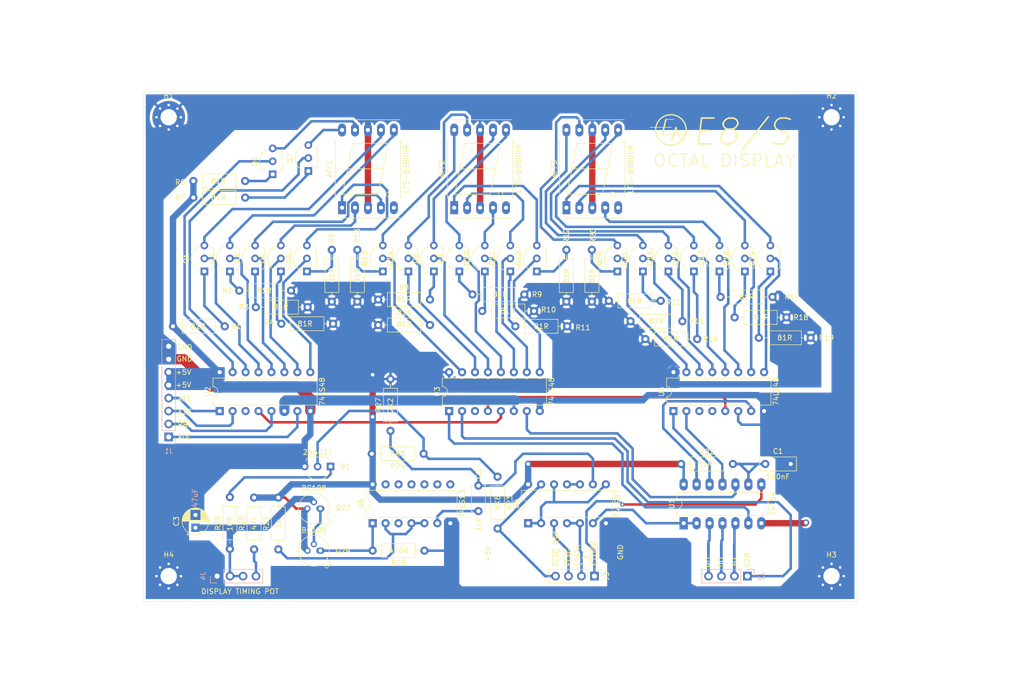
<source format=kicad_pcb>
(kicad_pcb (version 20211014) (generator pcbnew)
  (layers (0 "F.Cu" signal) (31 "B.Cu" signal) (34 "B.Paste" user) (35 "F.Paste" user) (36 "B.SilkS" user "B.Silkscreen") (37 "F.SilkS" user "F.Silkscreen") (38 "B.Mask" user) (39 "F.Mask" user) (44 "Edge.Cuts" user))
  (net 0 "")
  (net 1 "Net-(AFF1-Pad1)")
  (net 2 "Net-(AFF1-Pad2)")
  (net 3 "GND")
  (net 4 "Net-(AFF1-Pad4)")
  (net 6 "Net-(AFF1-Pad6)")
  (net 7 "Net-(AFF1-Pad7)")
  (net 8 "Net-(AFF1-Pad9)")
  (net 9 "Net-(AFF1-Pad10)")
  (net 10 "Net-(AFF2-Pad1)")
  (net 11 "Net-(AFF2-Pad2)")
  (net 12 "Net-(AFF2-Pad4)")
  (net 14 "Net-(AFF2-Pad6)")
  (net 15 "Net-(AFF2-Pad7)")
  (net 16 "Net-(AFF2-Pad9)")
  (net 17 "Net-(AFF2-Pad10)")
  (net 18 "Net-(AFF3-Pad1)")
  (net 19 "Net-(AFF3-Pad2)")
  (net 20 "Net-(AFF3-Pad4)")
  (net 22 "Net-(AFF3-Pad6)")
  (net 23 "Net-(AFF3-Pad7)")
  (net 24 "Net-(AFF3-Pad9)")
  (net 25 "Net-(AFF3-Pad10)")
  (net 26 "Net-(Q1-Pad2)")
  (net 27 "Net-(Q2-Pad2)")
  (net 28 "Net-(Q3-Pad2)")
  (net 29 "Net-(Q4-Pad2)")
  (net 30 "Net-(Q5-Pad2)")
  (net 31 "Net-(Q6-Pad2)")
  (net 32 "Net-(Q7-Pad2)")
  (net 33 "Net-(Q8-Pad2)")
  (net 34 "Net-(Q9-Pad2)")
  (net 35 "Net-(Q10-Pad2)")
  (net 36 "Net-(Q11-Pad2)")
  (net 37 "Net-(Q12-Pad2)")
  (net 38 "Net-(Q13-Pad2)")
  (net 39 "Net-(Q14-Pad2)")
  (net 40 "Net-(Q15-Pad2)")
  (net 41 "Net-(Q16-Pad2)")
  (net 42 "Net-(Q17-Pad2)")
  (net 43 "Net-(Q18-Pad2)")
  (net 44 "Net-(Q19-Pad2)")
  (net 45 "Net-(Q20-Pad2)")
  (net 46 "Net-(Q21-Pad2)")
  (net 47 "+5V")
  (net 48 "Vss")
  (net 49 "Net-(U3-Pad4)")
  (net 50 "Net-(U5-Pad1)")
  (net 51 "Net-(U1-Pad1)")
  (net 52 "Net-(Q1-Pad1)")
  (net 53 "Net-(Q2-Pad1)")
  (net 54 "Net-(Q3-Pad1)")
  (net 55 "Net-(Q4-Pad1)")
  (net 56 "Net-(Q5-Pad1)")
  (net 57 "Net-(Q6-Pad1)")
  (net 58 "Net-(Q7-Pad1)")
  (net 59 "Net-(Q8-Pad1)")
  (net 60 "Net-(Q9-Pad1)")
  (net 61 "Net-(Q10-Pad1)")
  (net 62 "Net-(Q11-Pad1)")
  (net 63 "Net-(Q12-Pad1)")
  (net 64 "Net-(Q13-Pad1)")
  (net 65 "Net-(Q14-Pad1)")
  (net 66 "Net-(Q15-Pad1)")
  (net 67 "Net-(Q16-Pad1)")
  (net 68 "Net-(Q17-Pad1)")
  (net 69 "Net-(Q18-Pad1)")
  (net 70 "Net-(Q19-Pad1)")
  (net 71 "Net-(Q20-Pad1)")
  (net 72 "Net-(Q21-Pad1)")
  (net 73 "~{RBI}")
  (net 74 "A1C")
  (net 75 "A2C")
  (net 76 "A0C")
  (net 77 "QH")
  (net 78 "QD")
  (net 79 "QG")
  (net 80 "OF")
  (net 81 "QF")
  (net 82 "OG")
  (net 83 "QE")
  (net 84 "OH")
  (net 85 "A2B")
  (net 86 "Net-(C1-Pad1)")
  (net 87 "~{DATA}")
  (net 88 "~{RESET_FLAG}")
  (net 89 "Net-(U5-Pad10)")
  (net 90 "~{FLAG}")
  (net 91 "~{CLOCK}")
  (net 92 "Net-(C2-Pad2)")
  (net 93 "Net-(C2-Pad1)")
  (net 94 "Net-(R25-Pad1)")
  (net 95 "Net-(D1-Pad1)")
  (net 96 "Net-(Q23-Pad1)")
  (net 97 "Net-(Q24-Pad1)")
  (net 98 "Net-(D1-Pad2)")
  (net 99 "Pot_b")
  (net 100 "Pot_t")
  (net 104 "Net-(U2-Pad4)")
  (footprint "Display_7Segment:7SegmentLED_LTS6760_LTS6780" (layer "F.Cu") (at 89 72.74 90)
    (fp_text reference "AFF1")
    (fp_text value "LTS-6980HR")
  )
  (footprint "Display_7Segment:7SegmentLED_LTS6760_LTS6780" (layer "F.Cu") (at 111 72.74 90)
    (fp_text reference "AFF2")
    (fp_text value "LTS-6980HR")
  )
  (footprint "Display_7Segment:7SegmentLED_LTS6760_LTS6780" (layer "F.Cu") (at 133 72.74 90)
    (fp_text reference "AFF3")
    (fp_text value "LTS-6980HR")
  )
  (footprint "Package_DIP:DIP-16_W7.62mm" (layer "F.Cu") (at 154 112.62 90)
    (fp_text reference "U4")
    (fp_text value "74LS48")
  )
  (footprint "Package_DIP:DIP-16_W7.62mm" (layer "F.Cu") (at 110 112.62 90)
    (fp_text reference "U3")
    (fp_text value "74LS48")
  )
  (footprint "Package_DIP:DIP-14_W7.62mm_LongPads" (layer "F.Cu") (at 156 134.62 90)
    (fp_text reference "U1")
    (fp_text value "74164")
  )
  (footprint "Resistor_THT:R_Axial_DIN0207_L6.3mm_D2.5mm_P10.16mm_Horizontal" (layer "F.Cu") (at 141.34 91)
    (fp_text reference "R21")
    (fp_text value "81R")
  )
  (footprint "Resistor_THT:R_Axial_DIN0207_L6.3mm_D2.5mm_P10.16mm_Horizontal" (layer "F.Cu") (at 92 91.16 90)
    (fp_text reference "R13")
    (fp_text value "81R")
  )
  (footprint "Resistor_THT:R_Axial_DIN0207_L6.3mm_D2.5mm_P10.16mm_Horizontal" (layer "F.Cu") (at 96.09 90.75)
    (fp_text reference "R8")
    (fp_text value "81R")
  )
  (footprint "Resistor_THT:R_Axial_DIN0207_L6.3mm_D2.5mm_P10.16mm_Horizontal" (layer "F.Cu") (at 96.09 95.75)
    (fp_text reference "R14")
    (fp_text value "81R")
  )
  (footprint "Resistor_THT:R_Axial_DIN0207_L6.3mm_D2.5mm_P10.16mm_Horizontal" (layer "F.Cu") (at 126.66 93 180)
    (fp_text reference "R10")
    (fp_text value "81R")
  )
  (footprint "Resistor_THT:R_Axial_DIN0207_L6.3mm_D2.5mm_P10.16mm_Horizontal" (layer "F.Cu") (at 124.75 89.75 180)
    (fp_text reference "R9")
    (fp_text value "81R")
  )
  (footprint "Resistor_THT:R_Axial_DIN0207_L6.3mm_D2.5mm_P10.16mm_Horizontal" (layer "F.Cu") (at 138 91.16 90)
    (fp_text reference "R20")
    (fp_text value "81R")
  )
  (footprint "Resistor_THT:R_Axial_DIN0207_L6.3mm_D2.5mm_P10.16mm_Horizontal" (layer "F.Cu") (at 180.91 98.25 180)
    (fp_text reference "R19")
    (fp_text value "81R")
  )
  (footprint "Resistor_THT:R_Axial_DIN0207_L6.3mm_D2.5mm_P10.16mm_Horizontal" (layer "F.Cu") (at 176.16 94.25 180)
    (fp_text reference "R18")
    (fp_text value "81R")
  )
  (footprint "Resistor_THT:R_Axial_DIN0207_L6.3mm_D2.5mm_P10.16mm_Horizontal" (layer "F.Cu") (at 173.41 90.25 180)
    (fp_text reference "R17")
    (fp_text value "81R")
  )
  (footprint "Resistor_THT:R_Axial_DIN0207_L6.3mm_D2.5mm_P10.16mm_Horizontal" (layer "F.Cu") (at 59.84 70.75)
    (fp_text reference "R7")
    (fp_text value "81R")
  )
  (footprint "Resistor_THT:R_Axial_DIN0207_L6.3mm_D2.5mm_P10.16mm_Horizontal" (layer "F.Cu") (at 145.59 95)
    (fp_text reference "R15")
    (fp_text value "81R")
  )
  (footprint "Resistor_THT:R_Axial_DIN0207_L6.3mm_D2.5mm_P10.16mm_Horizontal" (layer "F.Cu") (at 133 91.16 90)
    (fp_text reference "R12")
    (fp_text value "81R")
  )
  (footprint "Resistor_THT:R_Axial_DIN0207_L6.3mm_D2.5mm_P10.16mm_Horizontal" (layer "F.Cu") (at 59.84 67.5)
    (fp_text reference "R6")
    (fp_text value "81R")
  )
  (footprint "Resistor_THT:R_Axial_DIN0207_L6.3mm_D2.5mm_P10.16mm_Horizontal" (layer "F.Cu") (at 87 91.16 90)
    (fp_text reference "R5")
    (fp_text value "81R")
  )
  (footprint "Resistor_THT:R_Axial_DIN0207_L6.3mm_D2.5mm_P10.16mm_Horizontal" (layer "F.Cu") (at 148.5 98.5)
    (fp_text reference "R16")
    (fp_text value "81R")
  )
  (footprint "Package_TO_SOT_THT:TO-92_Inline_Wide" (layer "F.Cu") (at 82.385 65.545 90)
    (fp_text reference "Q7")
    (fp_text value "BC547")
  )
  (footprint "Package_TO_SOT_THT:TO-92_Inline_Wide" (layer "F.Cu") (at 71.95 85.23 90)
    (fp_text reference "Q3")
    (fp_text value "BC547")
  )
  (footprint "Package_TO_SOT_THT:TO-92_Inline_Wide" (layer "F.Cu") (at 122 85.23 90)
    (fp_text reference "Q11")
    (fp_text value "BC547")
  )
  (footprint "Package_TO_SOT_THT:TO-92_Inline_Wide" (layer "F.Cu") (at 117 85.23 90)
    (fp_text reference "Q10")
    (fp_text value "BC547")
  )
  (footprint "Resistor_THT:R_Axial_DIN0207_L6.3mm_D2.5mm_P10.16mm_Horizontal" (layer "F.Cu") (at 87.25 95.5 180)
    (fp_text reference "R4")
    (fp_text value "81R")
  )
  (footprint "Package_TO_SOT_THT:TO-92_Inline_Wide" (layer "F.Cu") (at 148 85.23 90)
    (fp_text reference "Q21")
    (fp_text value "BC547")
  )
  (footprint "Package_TO_SOT_THT:TO-92_Inline_Wide" (layer "F.Cu") (at 62 85.23 90)
    (fp_text reference "Q1")
    (fp_text value "BC547")
  )
  (footprint "Resistor_THT:R_Axial_DIN0207_L6.3mm_D2.5mm_P10.16mm_Horizontal" (layer "F.Cu") (at 82.25 92.25 180)
    (fp_text reference "R3")
    (fp_text value "81R")
  )
  (footprint "Package_TO_SOT_THT:TO-92_Inline_Wide" (layer "F.Cu") (at 143 85.23 90)
    (fp_text reference "Q20")
    (fp_text value "BC547")
  )
  (footprint "Package_TO_SOT_THT:TO-92_Inline_Wide" (layer "F.Cu") (at 168 85.23 90)
    (fp_text reference "Q18")
    (fp_text value "BC547")
  )
  (footprint "Package_TO_SOT_THT:TO-92_Inline_Wide" (layer "F.Cu") (at 82.11 85.23 90)
    (fp_text reference "Q5")
    (fp_text value "BC547")
  )
  (footprint "Resistor_THT:R_Axial_DIN0207_L6.3mm_D2.5mm_P10.16mm_Horizontal" (layer "F.Cu") (at 55.84 96)
    (fp_text reference "R1")
    (fp_text value "81R")
  )
  (footprint "Package_TO_SOT_THT:TO-92_Inline_Wide" (layer "F.Cu") (at 112 85.23 90)
    (fp_text reference "Q9")
    (fp_text value "BC547")
  )
  (footprint "Package_TO_SOT_THT:TO-92_Inline_Wide" (layer "F.Cu") (at 77 85.23 90)
    (fp_text reference "Q4")
    (fp_text value "BC547")
  )
  (footprint "Package_TO_SOT_THT:TO-92_Inline_Wide" (layer "F.Cu") (at 75.4 66.18 90)
    (fp_text reference "Q6")
    (fp_text value "BC547")
  )
  (footprint "Resistor_THT:R_Axial_DIN0207_L6.3mm_D2.5mm_P10.16mm_Horizontal" (layer "F.Cu") (at 79 89 180)
    (fp_text reference "R2")
    (fp_text value "81R")
  )
  (footprint "Resistor_THT:R_Axial_DIN0207_L6.3mm_D2.5mm_P10.16mm_Horizontal" (layer "F.Cu") (at 133.16 96 180)
    (fp_text reference "R11")
    (fp_text value "81R")
  )
  (footprint "Package_TO_SOT_THT:TO-92_Inline_Wide" (layer "F.Cu") (at 127.195 85.23 90)
    (fp_text reference "Q12")
    (fp_text value "BC547")
  )
  (footprint "Package_TO_SOT_THT:TO-92_Inline_Wide" (layer "F.Cu") (at 102 85.23 90)
    (fp_text reference "Q14")
    (fp_text value "BC547")
  )
  (footprint "Package_TO_SOT_THT:TO-92_Inline_Wide" (layer "F.Cu") (at 97 85.23 90)
    (fp_text reference "Q13")
    (fp_text value "BC547")
  )
  (footprint "Package_TO_SOT_THT:TO-92_Inline_Wide" (layer "F.Cu") (at 107 85.23 90)
    (fp_text reference "Q8")
    (fp_text value "BC547")
  )
  (footprint "Package_TO_SOT_THT:TO-92_Inline_Wide" (layer "F.Cu") (at 163.03 85.23 90)
    (fp_text reference "Q17")
    (fp_text value "BC547")
  )
  (footprint "Package_TO_SOT_THT:TO-92_Inline_Wide" (layer "F.Cu") (at 158 85.23 90)
    (fp_text reference "Q16")
    (fp_text value "BC547")
  )
  (footprint "Package_TO_SOT_THT:TO-92_Inline_Wide" (layer "F.Cu") (at 153 85.23 90)
    (fp_text reference "Q15")
    (fp_text value "BC547")
  )
  (footprint "Package_TO_SOT_THT:TO-92_Inline_Wide" (layer "F.Cu") (at 67 85.23 90)
    (fp_text reference "Q2")
    (fp_text value "BC547")
  )
  (footprint "Package_DIP:DIP-16_W7.62mm" (layer "F.Cu") (at 65 112.62 90)
    (fp_text reference "U2")
    (fp_text value "74LS48")
  )
  (footprint "Package_TO_SOT_THT:TO-92_Inline_Wide" (layer "F.Cu") (at 173 85.23 90)
    (fp_text reference "Q19")
    (fp_text value "BC547")
  )
  (footprint "MountingHole:MountingHole_3.2mm_M3_Pad_Via" (layer "F.Cu") (at 55 55)
    (fp_text reference "H1")
    (fp_text value "MountingHole_Pad")
  )
  (footprint "MountingHole:MountingHole_3.2mm_M3_Pad_Via" (layer "F.Cu") (at 185 55)
    (fp_text reference "H2")
    (fp_text value "MountingHole_Pad")
  )
  (footprint "MountingHole:MountingHole_3.2mm_M3_Pad_Via" (layer "F.Cu") (at 185 145)
    (fp_text reference "H3")
    (fp_text value "MountingHole_Pad")
  )
  (footprint "MountingHole:MountingHole_3.2mm_M3_Pad_Via" (layer "F.Cu") (at 55 145)
    (fp_text reference "H4")
    (fp_text value "MountingHole_Pad")
  )
  (footprint "EDUC-8:EA_Symbol" (layer "F.Cu") (at 153.5 57.5)
    (fp_text reference "REF**" hide)
    (fp_text value "EA_Symbol" hide)
  )
  (footprint "Capacitor_THT:C_Rect_L7.0mm_W2.5mm_P5.00mm" (layer "F.Cu") (at 172 123)
    (fp_text reference "C1")
    (fp_text value "100nF")
  )
  (footprint "Resistor_THT:R_Axial_DIN0207_L6.3mm_D2.5mm_P10.16mm_Horizontal" (layer "F.Cu") (at 155.5 123)
    (fp_text reference "R22")
    (fp_text value "81R")
  )
  (footprint "Package_DIP:DIP-14_W7.62mm" (layer "F.Cu") (at 125.5 134.62 90)
    (fp_text reference "U5")
    (fp_text value "74LS37")
  )
  (footprint "Resistor_THT:R_Axial_DIN0207_L6.3mm_D2.5mm_P10.16mm_Horizontal" (layer "F.Cu") (at 119.5 125.5 -90)
    (fp_text reference "R23")
    (fp_text value "6K8")
  )
  (footprint "Resistor_THT:R_Axial_DIN0207_L6.3mm_D2.5mm_P10.16mm_Horizontal" (layer "F.Cu") (at 105 121 180)
    (fp_text reference "R24")
    (fp_text value "6K8")
  )
  (footprint "Resistor_THT:R_Axial_DIN0207_L6.3mm_D2.5mm_P10.16mm_Horizontal" (layer "F.Cu") (at 76.5 139.75 90)
    (fp_text reference "R25")
    (fp_text value "1k")
  )
  (footprint "Resistor_THT:R_Axial_DIN0207_L6.3mm_D2.5mm_P10.16mm_Horizontal" (layer "F.Cu") (at 105.16 140 180)
    (fp_text reference "R26")
    (fp_text value "470R")
  )
  (footprint "Resistor_THT:R_Axial_DIN0207_L6.3mm_D2.5mm_P10.16mm_Horizontal" (layer "F.Cu") (at 98.5 116.5 90)
    (fp_text reference "R27")
    (fp_text value "2K2")
  )
  (footprint "Package_DIP:DIP-14_W7.62mm" (layer "F.Cu") (at 95 134.62 90)
    (fp_text reference "U6")
    (fp_text value "74LS13")
  )
  (footprint "Package_TO_SOT_THT:TO-92_Inline_Wide" (layer "F.Cu") (at 86.75 123.5 180)
    (fp_text reference "D1")
    (fp_text value "2N6027")
  )
  (footprint "Package_TO_SOT_THT:TO-18-3" (layer "F.Cu") (at 84.75 131.75 180)
    (fp_text reference "Q23")
    (fp_text value "BC108")
  )
  (footprint "Package_TO_SOT_THT:TO-18-3" (layer "F.Cu") (at 84.75 140 180)
    (fp_text reference "Q24")
    (fp_text value "BC108")
  )
  (footprint "Resistor_THT:R_Axial_DIN0207_L6.3mm_D2.5mm_P10.16mm_Horizontal" (layer "F.Cu") (at 71.75 139.75 90)
    (fp_text reference "R28")
    (fp_text value "47k")
  )
  (footprint "Resistor_THT:R_Axial_DIN0207_L6.3mm_D2.5mm_P10.16mm_Horizontal" (layer "F.Cu") (at 67 139.66 90)
    (fp_text reference "R29")
    (fp_text value "10R")
  )
  (footprint "Capacitor_THT:CP_Radial_D5.0mm_P2.50mm" (layer "F.Cu") (at 60.25 135.5 90)
    (fp_text reference "C3")
    (fp_text value "47uF")
  )
  (footprint "Capacitor_THT:C_Disc_D5.0mm_W2.5mm_P5.00mm" (layer "F.Cu") (at 115.75 132.25 90)
    (fp_text reference "C2")
    (fp_text value "1nF")
  )
  (footprint "Connector_PinHeader_2.54mm:PinHeader_1x04_P2.54mm_Vertical" (layer "F.Cu") (at 138.5 145 -90)
    (fp_text reference "J3")
    (fp_text value "Conn_01x04_Male")
  )
  (footprint "Connector_PinSocket_2.54mm:PinSocket_1x08_P2.54mm_Vertical" (layer "B.Cu") (at 55 117.7)
    (fp_text reference "J1")
    (fp_text value "Conn_01x08_Female")
  )
  (footprint "Connector_PinSocket_2.54mm:PinSocket_1x04_P2.54mm_Vertical" (layer "B.Cu") (at 168.5 145 90)
    (fp_text reference "J2")
    (fp_text value "Conn_01x04_Female")
  )
  (footprint "Connector_PinSocket_2.54mm:PinSocket_1x04_P2.54mm_Vertical" (layer "B.Cu") (at 64.5 145 -90)
    (fp_text reference "J4")
    (fp_text value "Conn_01x04_Female")
  )
  (gr_line (start 50 50) (end 50 150) (layer "Edge.Cuts") (width 0.05))
  (gr_line (start 190 150) (end 190 50) (layer "Edge.Cuts") (width 0.05))
  (gr_line (start 50 150) (end 190 150) (layer "Edge.Cuts") (width 0.05))
  (gr_line (start 190 50) (end 50 50) (layer "Edge.Cuts") (width 0.05))
  (gr_text "OH" (at 160.9 142.3 270) (layer "F.SilkS") (effects (font (size 1 1))))
  (gr_text "~{FLAG} RST" (at 131.1 139.6 90) (layer "F.SilkS") (effects (font (size 1 1))))
  (gr_text "+5V" (at 117.6 140.7 90) (layer "F.SilkS") (effects (font (size 1 1))))
  (gr_text "+5V" (at 57.9 107.5) (layer "F.SilkS") (effects (font (size 1 1))))
  (gr_text "OG" (at 163.3 142.3 270) (layer "F.SilkS") (effects (font (size 1 1))))
  (gr_text "A2B" (at 168.5 141.8 90) (layer "F.SilkS") (effects (font (size 1 1))))
  (gr_text "DISPLAY TIMING POT\n" (at 69 148) (layer "F.SilkS") (effects (font (size 1 1))))
  (gr_text "+5V" (at 57.9 105) (layer "F.SilkS") (effects (font (size 1 1))))
  (gr_text "GND" (at 143.6 140.3 90) (layer "F.SilkS") (effects (font (size 1 1))))
  (gr_text "~{RBI}" (at 58 115.3) (layer "F.SilkS") (effects (font (size 1 1))))
  (gr_text "E8/S" (at 167.5 57.9) (layer "F.SilkS") (effects (font (size 5.08 5.08) (thickness 0.3) italic)))
  (gr_text "~{FLAG}" (at 133.5 141.3 90) (layer "F.SilkS") (effects (font (size 1 1))))
  (gr_text "A2C" (at 58.2 112.8) (layer "F.SilkS") (effects (font (size 1 1))))
  (gr_text "OF" (at 165.9 142.3 270) (layer "F.SilkS") (effects (font (size 1 1))))
  (gr_text "GND" (at 58.1 102.4) (layer "F.SilkS") (effects (font (size 1 1))))
  (gr_text "A1C" (at 58.2 110.2) (layer "F.SilkS") (effects (font (size 1 1))))
  (gr_text "~{CLOCK}" (at 138.6 140.5 90) (layer "F.SilkS") (effects (font (size 1 1))))
  (gr_text "~{DATA\n}" (at 136 141.3 90) (layer "F.SilkS") (effects (font (size 1 1))))
  (gr_text "GND" (at 58.1 100.1) (layer "F.SilkS") (effects (font (size 1 1))))
  (gr_text "OCTAL DISPLAY" (at 164 63.5) (layer "F.SilkS") (effects (font (size 2.5 2.5))))
  (gr_text "A0C" (at 58.2 117.7) (layer "F.SilkS") (effects (font (size 1 1))))
  (segment (start 82.11 80.15) (end 82.11 79.028) (width 0.5) (layer "B.Cu") (net 1))
  (segment (start 95.525 76.975) (end 97.83201 74.66799) (width 0.5) (layer "B.Cu") (net 1))
  (segment (start 97.83201 74.66799) (end 97.83201 69.33201) (width 0.5) (layer "B.Cu") (net 1))
  (segment (start 96.75 68.25) (end 91.25 68.25) (width 0.5) (layer "B.Cu") (net 1))
  (segment (start 84.163 76.975) (end 95.525 76.975) (width 0.5) (layer "B.Cu") (net 1))
  (segment (start 89 70.5) (end 89 72.74) (width 0.5) (layer "B.Cu") (net 1))
  (segment (start 97.83201 69.33201) (end 96.75 68.25) (width 0.5) (layer "B.Cu") (net 1))
  (segment (start 91.25 68.25) (end 89 70.5) (width 0.5) (layer "B.Cu") (net 1))
  (segment (start 82.11 79.028) (end 84.163 76.975) (width 0.5) (layer "B.Cu") (net 1))
  (segment (start 90.75 76.25) (end 91.54 75.46) (width 0.5) (layer "B.Cu") (net 2))
  (segment (start 77 80.15) (end 77 78.9615) (width 0.5) (layer "B.Cu") (net 2))
  (segment (start 91.54 75.46) (end 91.54 72.74) (width 0.5) (layer "B.Cu") (net 2))
  (segment (start 77 78.9615) (end 79.7115 76.25) (width 0.5) (layer "B.Cu") (net 2))
  (segment (start 79.7115 76.25) (end 90.75 76.25) (width 0.5) (layer "B.Cu") (net 2))
  (segment (start 82.78 112.62) (end 82.78 110.18) (width 2) (layer "F.Cu") (net 3))
  (segment (start 82.78 110.18) (end 80.4 107.8) (width 2) (layer "F.Cu") (net 3))
  (segment (start 94.08 57.5) (end 94.08 72.74) (width 1.25) (layer "F.Cu") (net 3))
  (segment (start 116.08 57.5) (end 116.08 72.74) (width 1.25) (layer "F.Cu") (net 3))
  (segment (start 57.96 102.46) (end 55 102.46) (width 2) (layer "F.Cu") (net 3))
  (segment (start 80.4 107.8) (end 63.3 107.8) (width 2) (layer "F.Cu") (net 3))
  (segment (start 138.08 57.5) (end 138.08 72.74) (width 1.25) (layer "F.Cu") (net 3))
  (segment (start 63.3 107.8) (end 57.96 102.46) (width 2) (layer "F.Cu") (net 3))
  (segment (start 94.08 57.5) (end 94.08 55.65) (width 1.25) (layer "B.Cu") (net 3))
  (segment (start 82.78 112.62) (end 82.78 117.22) (width 1.25) (layer "B.Cu") (net 3))
  (segment (start 136.8 53.1) (end 117.6 53.1) (width 0.5) (layer "B.Cu") (net 3))
  (segment (start 126.47 110.53) (end 147.97 110.53) (width 1.25) (layer "B.Cu") (net 3))
  (segment (start 82.78 110.53) (end 122.97 110.53) (width 2) (layer "B.Cu") (net 3))
  (segment (start 177 115.5) (end 177 114) (width 0.5) (layer "B.Cu") (net 3))
  (segment (start 127.78 110.78) (end 127.53 110.53) (width 1.25) (layer "B.Cu") (net 3))
  (segment (start 60.25 127.75) (end 60.25 133) (width 0.5) (layer "B.Cu") (net 3))
  (segment (start 64.5 145) (end 55 145) (width 0.5) (layer "B.Cu") (net 3))
  (segment (start 82.78 112.62) (end 82.78 110.53) (width 1.25) (layer "B.Cu") (net 3))
  (segment (start 147.97 110.53) (end 148.25 110.25) (width 1.25) (layer "B.Cu") (net 3))
  (segment (start 105.16 140) (end 109.5 140) (width 0.5) (layer "B.Cu") (net 3))
  (segment (start 127.78 112.62) (end 127.78 110.78) (width 1.25) (layer "B.Cu") (net 3))
  (segment (start 81.67 123.5) (end 64.5 123.5) (width 0.5) (layer "B.Cu") (net 3))
  (segment (start 82.78 110.53) (end 82.75 110.5) (width 1.25) (layer "B.Cu") (net 3))
  (segment (start 170.5 109.5) (end 149 109.5) (width 1.25) (layer "B.Cu") (net 3))
  (segment (start 64.5 123.5) (end 60.25 127.75) (width 0.5) (layer "B.Cu") (net 3))
  (segment (start 138.08 57.5) (end 138.08 54.38) (width 0.5) (layer "B.Cu") (net 3))
  (segment (start 122.97 110.53) (end 126.47 110.53) (width 1.25) (layer "B.Cu") (net 3))
  (segment (start 122.7 110.8) (end 122.97 110.53) (width 0.5) (layer "B.Cu") (net 3))
  (segment (start 166.7 114.6) (end 167.4 115.3) (width 0.5) (layer "B.Cu") (net 3))
  (segment (start 177 123) (end 177 115.5) (width 0.5) (layer "B.Cu") (net 3))
  (segment (start 149 109.5) (end 148.25 110.25) (width 1.25) (layer "B.Cu") (net 3))
  (segment (start 77.97 110.53) (end 77.7 110.8) (width 1.25) (layer "B.Cu") (net 3))
  (segment (start 116.08 57.5) (end 116.08 55.78) (width 0.5) (layer "B.Cu") (net 3))
  (segment (start 82.78 110.53) (end 77.97 110.53) (width 2) (layer "B.Cu") (net 3))
  (segment (start 116.08 54.62) (end 116.08 57.5) (width 0.5) (layer "B.Cu") (net 3))
  (segment (start 138.08 54.38) (end 136.8 53.1) (width 0.5) (layer "B.Cu") (net 3))
  (segment (start 167.4 115.3) (end 171.1 115.3) (width 0.5) (layer "B.Cu") (net 3))
  (segment (start 171.78 110.59) (end 171.72 110.53) (width 1.25) (layer "B.Cu") (net 3))
  (segment (start 122.7 112.62) (end 122.7 110.8) (width 0.5) (layer "B.Cu") (net 3))
  (segment (start 166.7 112.62) (end 166.7 114.6) (width 0.5) (layer "B.Cu") (net 3))
  (segment (start 171.1 115.3) (end 171.78 114.62) (width 0.5) (layer "B.Cu") (net 3))
  (segment (start 117.6 53.1) (end 116.08 54.62) (width 0.5) (layer "B.Cu") (net 3))
  (segment (start 82.78 117.22) (end 81.67 118.33) (width 1.25) (layer "B.Cu") (net 3))
  (segment (start 116.08 55.78) (end 116.2 55.66) (width 0.5) (layer "B.Cu") (net 3))
  (segment (start 171.78 110.59) (end 171.59 110.59) (width 1.25) (layer "B.Cu") (net 3))
  (segment (start 171.59 110.59) (end 170.5 109.5) (width 1.25) (layer "B.Cu") (net 3))
  (segment (start 126.47 110.53) (end 127.53 110.53) (width 1.25) (layer "B.Cu") (net 3))
  (segment (start 77.7 110.8) (end 77.7 112.62) (width 2) (layer "B.Cu") (net 3))
  (segment (start 81.67 118.33) (end 81.67 123.5) (width 1.25) (layer "B.Cu") (net 3))
  (segment (start 171.78 114.62) (end 171.78 112.62) (width 0.5) (layer "B.Cu") (net 3))
  (segment (start 171.78 112.62) (end 171.78 110.59) (width 1.25) (layer "B.Cu") (net 3))
  (segment (start 89.074002 75.5) (end 75.478 75.5) (width 0.5) (layer "B.Cu") (net 4))
  (segment (start 96.62 71.12) (end 95.75 70.25) (width 0.5) (layer "B.Cu") (net 4))
  (segment (start 96.62 72.74) (end 96.62 71.12) (width 0.5) (layer "B.Cu") (net 4))
  (segment (start 75.478 75.5) (end 71.95 79.028) (width 0.5) (layer "B.Cu") (net 4))
  (segment (start 90.212001 74.362001) (end 89.074002 75.5) (width 0.5) (layer "B.Cu") (net 4))
  (segment (start 95.75 70.25) (end 91.75 70.25) (width 0.5) (layer "B.Cu") (net 4))
  (segment (start 71.95 79.028) (end 71.95 80.15) (width 0.5) (layer "B.Cu") (net 4))
  (segment (start 91.75 70.25) (end 90.212001 71.787999) (width 0.5) (layer "B.Cu") (net 4))
  (segment (start 90.212001 71.787999) (end 90.212001 74.362001) (width 0.5) (layer "B.Cu") (net 4))
  (segment (start 99.16 57.5) (end 99.16 58.59) (width 0.5) (layer "B.Cu") (net 6))
  (segment (start 99.16 58.59) (end 83.5 74.25) (width 0.5) (layer "B.Cu") (net 6))
  (segment (start 83.5 74.25) (end 71.5 74.25) (width 0.5) (layer "B.Cu") (net 6))
  (segment (start 71.5 74.25) (end 67 78.75) (width 0.5) (layer "B.Cu") (net 6))
  (segment (start 67 78.75) (end 67 80.15) (width 0.5) (layer "B.Cu") (net 6))
  (segment (start 96.62 58.88) (end 82.5 73) (width 0.5) (layer "B.Cu") (net 7))
  (segment (start 82.5 73) (end 67.5 73) (width 0.5) (layer "B.Cu") (net 7))
  (segment (start 62 78.5) (end 62 80.15) (width 0.5) (layer "B.Cu") (net 7))
  (segment (start 96.62 57.5) (end 96.62 58.88) (width 0.5) (layer "B.Cu") (net 7))
  (segment (start 67.5 73) (end 62 78.5) (width 0.5) (layer "B.Cu") (net 7))
  (segment (start 77.686 61.1) (end 75.4 61.1) (width 0.5) (layer "B.Cu") (net 8))
  (segment (start 91.54 56.29) (end 91.03799 55.78799) (width 0.5) (layer "B.Cu") (net 8))
  (segment (start 82.99801 55.78799) (end 77.686 61.1) (width 0.5) (layer "B.Cu") (net 8))
  (segment (start 91.54 57.5) (end 91.54 56.29) (width 0.5) (layer "B.Cu") (net 8))
  (segment (start 91.03799 55.78799) (end 82.99801 55.78799) (width 0.5) (layer "B.Cu") (net 8))
  (segment (start 85.35 57.5) (end 82.385 60.465) (width 0.5) (layer "B.Cu") (net 9))
  (segment (start 89 57.5) (end 85.35 57.5) (width 0.5) (layer "B.Cu") (net 9))
  (segment (start 127.195 71.195) (end 124.5 68.5) (width 0.5) (layer "B.Cu") (net 10))
  (segment (start 113 68.5) (end 111 70.5) (width 0.5) (layer "B.Cu") (net 10))
  (segment (start 127.195 80.15) (end 127.195 71.195) (width 0.5) (layer "B.Cu") (net 10))
  (segment (start 111 70.5) (end 111 72.74) (width 0.5) (layer "B.Cu") (net 10))
  (segment (start 124.5 68.5) (end 113 68.5) (width 0.5) (layer "B.Cu") (net 10))
  (segment (start 113.54 70.96) (end 113.54 72.74) (width 0.5) (layer "B.Cu") (net 11))
  (segment (start 124.5 75) (end 124.5 71.5) (width 0.5) (layer "B.Cu") (net 11))
  (segment (start 122 77.5) (end 124.5 75) (width 0.5) (layer "B.Cu") (net 11))
  (segment (start 123 70) (end 114.5 70) (width 0.5) (layer "B.Cu") (net 11))
  (segment (start 124.5 71.5) (end 123 70) (width 0.5) (layer "B.Cu") (net 11))
  (segment (start 114.5 70) (end 113.54 70.96) (width 0.5) (layer "B.Cu") (net 11))
  (segment (start 122 80.15) (end 122 77.5) (width 0.5) (layer "B.Cu") (net 11))
  (segment (start 117 80.15) (end 117 77.5) (width 0.5) (layer "B.Cu") (net 12))
  (segment (start 117 77.5) (end 118.62 75.88) (width 0.5) (layer "B.Cu") (net 12))
  (segment (start 118.62 75.88) (end 118.62 72.74) (width 0.5) (layer "B.Cu") (net 12))
  (segment (start 112 80.15) (end 112 78) (width 0.5) (layer "B.Cu") (net 14))
  (segment (start 112 78) (end 109.5 75.5) (width 0.5) (layer "B.Cu") (net 14))
  (segment (start 121.16 58.84) (end 121.16 57.5) (width 0.5) (layer "B.Cu") (net 14))
  (segment (start 109.5 75.5) (end 109.5 70.5) (width 0.5) (layer "B.Cu") (net 14))
  (segment (start 109.5 70.5) (end 121.16 58.84) (width 0.5) (layer "B.Cu") (net 14))
  (segment (start 107 71) (end 107 80.15) (width 0.5) (layer "B.Cu") (net 15))
  (segment (start 118.62 59.38) (end 107 71) (width 0.5) (layer "B.Cu") (net 15))
  (segment (start 118.62 57.5) (end 118.62 59.38) (width 0.5) (layer "B.Cu") (net 15))
  (segment (start 97 78) (end 109 66) (width 0.5) (layer "B.Cu") (net 16))
  (segment (start 109 56) (end 110.5 54.5) (width 0.5) (layer "B.Cu") (net 16))
  (segment (start 97 80.15) (end 97 78) (width 0.5) (layer "B.Cu") (net 16))
  (segment (start 113 54.5) (end 113.54 55.04) (width 0.5) (layer "B.Cu") (net 16))
  (segment (start 110.5 54.5) (end 113 54.5) (width 0.5) (layer "B.Cu") (net 16))
  (segment (start 113.54 55.04) (end 113.54 57.5) (width 0.5) (layer "B.Cu") (net 16))
  (segment (start 109 66) (end 109 56) (width 0.5) (layer "B.Cu") (net 16))
  (segment (start 111 57.74001) (end 111.24001 57.5) (width 0.5) (layer "B.Cu") (net 17))
  (segment (start 102 78.569) (end 106 74.569) (width 0.5) (layer "B.Cu") (net 17))
  (segment (start 102 80.15) (end 102 78.569) (width 0.5) (layer "B.Cu") (net 17))
  (segment (start 106 70.5) (end 111 65.5) (width 0.5) (layer "B.Cu") (net 17))
  (segment (start 111 65.5) (end 111 57.74001) (width 0.5) (layer "B.Cu") (net 17))
  (segment (start 106 74.569) (end 106 70.5) (width 0.5) (layer "B.Cu") (net 17))
  (segment (start 173 78.5) (end 173 80.15) (width 0.5) (layer "B.Cu") (net 18))
  (segment (start 133 71) (end 135.5 68.5) (width 0.5) (layer "B.Cu") (net 18))
  (segment (start 135.5 68.5) (end 163 68.5) (width 0.5) (layer "B.Cu") (net 18))
  (segment (start 163 68.5) (end 173 78.5) (width 0.5) (layer "B.Cu") (net 18))
  (segment (start 133 72.74) (end 133 71) (width 0.5) (layer "B.Cu") (net 18))
  (segment (start 168 80.15) (end 168 75.25) (width 0.5) (layer "B.Cu") (net 19))
  (segment (start 137.5 69.5) (end 135.54 71.46) (width 0.5) (layer "B.Cu") (net 19))
  (segment (start 135.54 71.46) (end 135.54 72.74) (width 0.5) (layer "B.Cu") (net 19))
  (segment (start 162.25 69.5) (end 137.5 69.5) (width 0.5) (layer "B.Cu") (net 19))
  (segment (start 168 75.25) (end 162.25 69.5) (width 0.5) (layer "B.Cu") (net 19))
  (segment (start 140.62 72.74) (end 140.62 74.62) (width 0.5) (layer "B.Cu") (net 20))
  (segment (start 159.777 75.5) (end 163.03 78.753) (width 0.5) (layer "B.Cu") (net 20))
  (segment (start 140.62 74.62) (end 141.5 75.5) (width 0.5) (layer "B.Cu") (net 20))
  (segment (start 163.03 78.753) (end 163.03 80.15) (width 0.5) (layer "B.Cu") (net 20))
  (segment (start 141.5 75.5) (end 159.777 75.5) (width 0.5) (layer "B.Cu") (net 20))
  (segment (start 143.16 58.34) (end 143.16 57.5) (width 0.5) (layer "B.Cu") (net 22))
  (segment (start 158 80.15) (end 158 78.549) (width 0.5) (layer "B.Cu") (net 22))
  (segment (start 155.951 76.5) (end 133 76.5) (width 0.5) (layer "B.Cu") (net 22))
  (segment (start 133 76.5) (end 131 74.5) (width 0.5) (layer "B.Cu") (net 22))
  (segment (start 131 70.5) (end 143.16 58.34) (width 0.5) (layer "B.Cu") (net 22))
  (segment (start 158 78.549) (end 155.951 76.5) (width 0.5) (layer "B.Cu") (net 22))
  (segment (start 131 74.5) (end 131 70.5) (width 0.5) (layer "B.Cu") (net 22))
  (segment (start 140.62 59.38) (end 140.62 57.5) (width 0.5) (layer "B.Cu") (net 23))
  (segment (start 153 80.15) (end 153 78.5) (width 0.5) (layer "B.Cu") (net 23))
  (segment (start 130 70) (end 140.62 59.38) (width 0.5) (layer "B.Cu") (net 23))
  (segment (start 132.375 77.375) (end 130 75) (width 0.5) (layer "B.Cu") (net 23))
  (segment (start 153 78.5) (end 151.875 77.375) (width 0.5) (layer "B.Cu") (net 23))
  (segment (start 151.875 77.375) (end 132.375 77.375) (width 0.5) (layer "B.Cu") (net 23))
  (segment (start 130 75) (end 130 70) (width 0.5) (layer "B.Cu") (net 23))
  (segment (start 143 79.75) (end 143 80.15) (width 0.5) (layer "B.Cu") (net 24))
  (segment (start 135.54 55.54) (end 135 55) (width 0.5) (layer "B.Cu") (net 24))
  (segment (start 135.54 57.5) (end 135.54 55.54) (width 0.5) (layer "B.Cu") (net 24))
  (segment (start 142.25 79) (end 143 79.75) (width 0.5) (layer "B.Cu") (net 24))
  (segment (start 135 55) (end 132 55) (width 0.5) (layer "B.Cu") (net 24))
  (segment (start 128 69) (end 128 76.5) (width 0.5) (layer "B.Cu") (net 24))
  (segment (start 132 55) (end 131 56) (width 0.5) (layer "B.Cu") (net 24))
  (segment (start 128 76.5) (end 130.5 79) (width 0.5) (layer "B.Cu") (net 24))
  (segment (start 131 56) (end 131 66) (width 0.5) (layer "B.Cu") (net 24))
  (segment (start 130.5 79) (end 142.25 79) (width 0.5) (layer "B.Cu") (net 24))
  (segment (start 131 66) (end 128 69) (width 0.5) (layer "B.Cu") (net 24))
  (segment (start 133 65.5) (end 133 57.5) (width 0.5) (layer "B.Cu") (net 25))
  (segment (start 148 79.25) (end 146.875 78.125) (width 0.5) (layer "B.Cu") (net 25))
  (segment (start 129 75.75) (end 129 69.5) (width 0.5) (layer "B.Cu") (net 25))
  (segment (start 129 69.5) (end 133 65.5) (width 0.5) (layer "B.Cu") (net 25))
  (segment (start 131.375 78.125) (end 129 75.75) (width 0.5) (layer "B.Cu") (net 25))
  (segment (start 146.875 78.125) (end 131.375 78.125) (width 0.5) (layer "B.Cu") (net 25))
  (segment (start 148 80.15) (end 148 79.25) (width 0.5) (layer "B.Cu") (net 25))
  (segment (start 68.875 96.075) (end 64.25 91.45) (width 0.5) (layer "B.Cu") (net 26))
  (segment (start 72.62 103.32) (end 68.875 99.575) (width 0.5) (layer "B.Cu") (net 26))
  (segment (start 68.875 99.575) (end 68.875 96.075) (width 0.5) (layer "B.Cu") (net 26))
  (segment (start 64.25 91.45) (end 64.25 83.351) (width 0.5) (layer "B.Cu") (net 26))
  (segment (start 64.25 83.351) (end 63.589 82.69) (width 0.5) (layer "B.Cu") (net 26))
  (segment (start 72.62 105) (end 72.62 103.32) (width 0.5) (layer "B.Cu") (net 26))
  (segment (start 63.589 82.69) (end 62 82.69) (width 0.5) (layer "B.Cu") (net 26))
  (segment (start 70.505012 98.655012) (end 70.505012 87.045012) (width 0.5) (layer "B.Cu") (net 27))
  (segment (start 75.16 103.31) (end 70.505012 98.655012) (width 0.5) (layer "B.Cu") (net 27))
  (segment (start 68.669 82.69) (end 67 82.69) (width 0.5) (layer "B.Cu") (net 27))
  (segment (start 75.16 105) (end 75.16 103.31) (width 0.5) (layer "B.Cu") (net 27))
  (segment (start 69.304 83.325) (end 68.669 82.69) (width 0.5) (layer "B.Cu") (net 27))
  (segment (start 69.304 85.844) (end 69.304 83.325) (width 0.5) (layer "B.Cu") (net 27))
  (segment (start 70.505012 87.045012) (end 69.304 85.844) (width 0.5) (layer "B.Cu") (net 27))
  (segment (start 77.7 103.4) (end 73.5 99.2) (width 0.5) (layer "B.Cu") (net 28))
  (segment (start 73.5 99.2) (end 73.5 83.203) (width 0.5) (layer "B.Cu") (net 28))
  (segment (start 72.987 82.69) (end 71.95 82.69) (width 0.5) (layer "B.Cu") (net 28))
  (segment (start 73.5 83.203) (end 72.987 82.69) (width 0.5) (layer "B.Cu") (net 28))
  (segment (start 77.7 105) (end 77.7 103.4) (width 0.5) (layer "B.Cu") (net 28))
  (segment (start 75.019 84.671) (end 77 82.69) (width 0.5) (layer "B.Cu") (net 29))
  (segment (start 80.24 105) (end 80.24 103.34) (width 0.5) (layer "B.Cu") (net 29))
  (segment (start 80.24 103.34) (end 75 98.1) (width 0.5) (layer "B.Cu") (net 29))
  (segment (start 75 98.1) (end 75 85.54) (width 0.5) (layer "B.Cu") (net 29))
  (segment (start 75.019 85.54) (end 75.019 84.671) (width 0.5) (layer "B.Cu") (net 29))
  (segment (start 77.5 87.448) (end 77.5 94.059998) (width 0.5) (layer "B.Cu") (net 30))
  (segment (start 77.5 94.059998) (end 82.78 99.339998) (width 0.5) (layer "B.Cu") (net 30))
  (segment (start 82.78 99.339998) (end 82.78 105) (width 0.5) (layer "B.Cu") (net 30))
  (segment (start 82.11 82.838) (end 77.5 87.448) (width 0.5) (layer "B.Cu") (net 30))
  (segment (start 82.11 82.69) (end 82.11 82.838) (width 0.5) (layer "B.Cu") (net 30))
  (segment (start 58.125 93.625) (end 58.125 74.375) (width 0.5) (layer "B.Cu") (net 31))
  (segment (start 58.125 74.375) (end 68.86 63.64) (width 0.5) (layer "B.Cu") (net 31))
  (segment (start 67.54 105) (end 67.54 103.04) (width 0.5) (layer "B.Cu") (net 31))
  (segment (start 68.86 63.64) (end 75.4 63.64) (width 0.5) (layer "B.Cu") (net 31))
  (segment (start 67.54 103.04) (end 58.125 93.625) (width 0.5) (layer "B.Cu") (net 31))
  (segment (start 59.125 75.375) (end 59.125 92.625) (width 0.5) (layer "B.Cu") (net 32))
  (segment (start 65.145 69.355) (end 59.125 75.375) (width 0.5) (layer "B.Cu") (net 32))
  (segment (start 77.305 69.355) (end 65.145 69.355) (width 0.5) (layer "B.Cu") (net 32))
  (segment (start 80.48 66.18) (end 77.305 69.355) (width 0.5) (layer "B.Cu") (net 32))
  (segment (start 59.125 92.625) (end 70.08 103.58) (width 0.5) (layer "B.Cu") (net 32))
  (segment (start 81.369 63.005) (end 80.48 63.894) (width 0.5) (layer "B.Cu") (net 32))
  (segment (start 80.48 63.894) (end 80.48 66.18) (width 0.5) (layer "B.Cu") (net 32))
  (segment (start 82.385 63.005) (end 81.369 63.005) (width 0.5) (layer "B.Cu") (net 32))
  (segment (start 70.08 103.58) (end 70.08 105) (width 0.5) (layer "B.Cu") (net 32))
  (segment (start 107 82.69) (end 108.293 82.69) (width 0.5) (layer "B.Cu") (net 33))
  (segment (start 109.1 83.497) (end 109.1 93.85) (width 0.5) (layer "B.Cu") (net 33))
  (segment (start 117.62 102.37) (end 117.62 105) (width 0.5) (layer "B.Cu") (net 33))
  (segment (start 108.293 82.69) (end 109.1 83.497) (width 0.5) (layer "B.Cu") (net 33))
  (segment (start 109.1 93.85) (end 117.62 102.37) (width 0.5) (layer "B.Cu") (net 33))
  (segment (start 115.839511 90.910489) (end 115.249999 91.500001) (width 0.5) (layer "B.Cu") (net 34))
  (segment (start 112 82.69) (end 113.246 82.69) (width 0.5) (layer "B.Cu") (net 34))
  (segment (start 120.16 101.91) (end 120.16 105) (width 0.5) (layer "B.Cu") (net 34))
  (segment (start 115.839511 89.232435) (end 115.839511 90.910489) (width 0.5) (layer "B.Cu") (net 34))
  (segment (start 115.249999 96.999999) (end 120.16 101.91) (width 0.5) (layer "B.Cu") (net 34))
  (segment (start 113.246 82.69) (end 115.800489 85.244489) (width 0.5) (layer "B.Cu") (net 34))
  (segment (start 115.249999 91.500001) (end 115.249999 96.999999) (width 0.5) (layer "B.Cu") (net 34))
  (segment (start 115.800489 89.193413) (end 115.839511 89.232435) (width 0.5) (layer "B.Cu") (net 34))
  (segment (start 115.800489 85.244489) (end 115.800489 89.193413) (width 0.5) (layer "B.Cu") (net 34))
  (segment (start 118.453 82.69) (end 119.29999 83.53699) (width 0.5) (layer "B.Cu") (net 35))
  (segment (start 119.29999 83.53699) (end 119.29999 97.04999) (width 0.5) (layer "B.Cu") (net 35))
  (segment (start 119.29999 97.04999) (end 122.7 100.45) (width 0.5) (layer "B.Cu") (net 35))
  (segment (start 122.7 100.45) (end 122.7 105) (width 0.5) (layer "B.Cu") (net 35))
  (segment (start 117 82.69) (end 118.453 82.69) (width 0.5) (layer "B.Cu") (net 35))
  (segment (start 120.5 83.31) (end 120.5 95.350002) (width 0.5) (layer "B.Cu") (net 36))
  (segment (start 125.24 100.090002) (end 125.24 105) (width 0.5) (layer "B.Cu") (net 36))
  (segment (start 122 82.69) (end 121.12 82.69) (width 0.5) (layer "B.Cu") (net 36))
  (segment (start 120.5 95.350002) (end 125.24 100.090002) (width 0.5) (layer "B.Cu") (net 36))
  (segment (start 121.12 82.69) (end 120.5 83.31) (width 0.5) (layer "B.Cu") (net 36))
  (segment (start 122.75 92.5) (end 127.78 97.53) (width 0.5) (layer "B.Cu") (net 37))
  (segment (start 127.78 97.53) (end 127.78 105) (width 0.5) (layer "B.Cu") (net 37))
  (segment (start 127.195 82.69) (end 122.75 87.135) (width 0.5) (layer "B.Cu") (net 37))
  (segment (start 122.75 87.135) (end 122.75 92.5) (width 0.5) (layer "B.Cu") (net 37))
  (segment (start 99.3 83.603) (end 98.387 82.69) (width 0.5) (layer "B.Cu") (net 38))
  (segment (start 98.387 82.69) (end 97 82.69) (width 0.5) (layer "B.Cu") (net 38))
  (segment (start 112.54 105) (end 99.3 91.76) (width 0.5) (layer "B.Cu") (net 38))
  (segment (start 99.3 91.76) (end 99.3 83.603) (width 0.5) (layer "B.Cu") (net 38))
  (segment (start 102.705 82.69) (end 102 82.69) (width 0.5) (layer "B.Cu") (net 39))
  (segment (start 115.08 105) (end 115.08 102.08) (width 0.5) (layer "B.Cu") (net 39))
  (segment (start 104.2 91.2) (end 104.2 84.185) (width 0.5) (layer "B.Cu") (net 39))
  (segment (start 104.2 84.185) (end 102.705 82.69) (width 0.5) (layer "B.Cu") (net 39))
  (segment (start 115.08 102.08) (end 104.2 91.2) (width 0.5) (layer "B.Cu") (net 39))
  (segment (start 155 83.423) (end 154.267 82.69) (width 0.5) (layer "B.Cu") (net 40))
  (segment (start 157 88.5) (end 155 86.5) (width 0.5) (layer "B.Cu") (net 40))
  (segment (start 161.62 103.42) (end 157 98.8) (width 0.5) (layer "B.Cu") (net 40))
  (segment (start 157 98.8) (end 157 88.5) (width 0.5) (layer "B.Cu") (net 40))
  (segment (start 161.62 105) (end 161.62 103.42) (width 0.5) (layer "B.Cu") (net 40))
  (segment (start 155 86.5) (end 155 83.423) (width 0.5) (layer "B.Cu") (net 40))
  (segment (start 154.267 82.69) (end 153 82.69) (width 0.5) (layer "B.Cu") (net 40))
  (segment (start 159.982 82.69) (end 158 82.69) (width 0.5) (layer "B.Cu") (net 41))
  (segment (start 160.75 83.458) (end 159.982 82.69) (width 0.5) (layer "B.Cu") (net 41))
  (segment (start 160.75 99.95) (end 160.75 83.458) (width 0.5) (layer "B.Cu") (net 41))
  (segment (start 164.16 103.36) (end 160.75 99.95) (width 0.5) (layer "B.Cu") (net 41))
  (segment (start 164.16 105) (end 164.16 103.36) (width 0.5) (layer "B.Cu") (net 41))
  (segment (start 164.749999 83.266999) (end 164.173 82.69) (width 0.5) (layer "B.Cu") (net 42))
  (segment (start 164 100.7) (end 164 92.249998) (width 0.5) (layer "B.Cu") (net 42))
  (segment (start 164.173 82.69) (end 163.03 82.69) (width 0.5) (layer "B.Cu") (net 42))
  (segment (start 166.7 105) (end 166.7 103.4) (width 0.5) (layer "B.Cu") (net 42))
  (segment (start 164 92.249998) (end 164.749999 91.499999) (width 0.5) (layer "B.Cu") (net 42))
  (segment (start 164.749999 91.499999) (end 164.749999 83.266999) (width 0.5) (layer "B.Cu") (net 42))
  (segment (start 166.7 103.4) (end 164 100.7) (width 0.5) (layer "B.Cu") (net 42))
  (segment (start 169.75 88.25) (end 169.75 83.314) (width 0.5) (layer "B.Cu") (net 43))
  (segment (start 169.126 82.69) (end 168 82.69) (width 0.5) (layer "B.Cu") (net 43))
  (segment (start 169.24 88.76) (end 169.75 88.25) (width 0.5) (layer "B.Cu") (net 43))
  (segment (start 169.75 83.314) (end 169.126 82.69) (width 0.5) (layer "B.Cu") (net 43))
  (segment (start 169.24 105) (end 169.24 88.76) (width 0.5) (layer "B.Cu") (net 43))
  (segment (start 174.079 82.69) (end 173 82.69) (width 0.5) (layer "B.Cu") (net 44))
  (segment (start 172.159999 88.590001) (end 174.714 86.036) (width 0.5) (layer "B.Cu") (net 44))
  (segment (start 172.159999 104.620001) (end 172.159999 88.590001) (width 0.5) (layer "B.Cu") (net 44))
  (segment (start 174.714 83.325) (end 174.079 82.69) (width 0.5) (layer "B.Cu") (net 44))
  (segment (start 171.78 105) (end 172.159999 104.620001) (width 0.5) (layer "B.Cu") (net 44))
  (segment (start 174.714 86.036) (end 174.714 83.325) (width 0.5) (layer "B.Cu") (net 44))
  (segment (start 156.54 105) (end 156.54 103.44) (width 0.5) (layer "B.Cu") (net 45))
  (segment (start 143.98 82.69) (end 143 82.69) (width 0.5) (layer "B.Cu") (net 45))
  (segment (start 156.54 103.44) (end 145 91.9) (width 0.5) (layer "B.Cu") (net 45))
  (segment (start 145 83.71) (end 143.98 82.69) (width 0.5) (layer "B.Cu") (net 45))
  (segment (start 145 91.9) (end 145 83.71) (width 0.5) (layer "B.Cu") (net 45))
  (segment (start 153.25 97.55) (end 153.25 90.5) (width 0.5) (layer "B.Cu") (net 46))
  (segment (start 153.25 90.5) (end 150.25 87.5) (width 0.5) (layer "B.Cu") (net 46))
  (segment (start 150.25 87.5) (end 150.25 83.499) (width 0.5) (layer "B.Cu") (net 46))
  (segment (start 159.08 105) (end 159.08 103.38) (width 0.5) (layer "B.Cu") (net 46))
  (segment (start 149.441 82.69) (end 148 82.69) (width 0.5) (layer "B.Cu") (net 46))
  (segment (start 150.25 83.499) (end 149.441 82.69) (width 0.5) (layer "B.Cu") (net 46))
  (segment (start 159.08 103.38) (end 153.25 97.55) (width 0.5) (layer "B.Cu") (net 46))
  (segment (start 76.5 129.59) (end 77.84 129.59) (width 0.5) (layer "F.Cu") (net 47))
  (segment (start 155.5 123) (end 125.5 123) (width 1.25) (layer "F.Cu") (net 47))
  (segment (start 95 113.75) (end 95 105.5) (width 1.25) (layer "F.Cu") (net 47))
  (segment (start 80 131.75) (end 82.21 131.75) (width 0.5) (layer "F.Cu") (net 47))
  (segment (start 77.84 129.59) (end 80 131.75) (width 0.5) (layer "F.Cu") (net 47))
  (via (at 95 105.5) (size 1.2) (drill 0.7) (layers "F.Cu" "B.Cu") (net 47))
  (via (at 95 113.75) (size 1.2) (drill 0.7) (layers "F.Cu" "B.Cu") (net 47))
  (via (at 125.5 123) (size 1.2) (drill 0.7) (layers "F.Cu" "B.Cu") (net 47))
  (segment (start 94.75 127.25) (end 95 127) (width 0.5) (layer "B.Cu") (net 47))
  (segment (start 125.5 127) (end 125.5 123) (width 1.25) (layer "B.Cu") (net 47))
  (segment (start 76.5 129.59) (end 78.045 128.045) (width 1.25) (layer "B.Cu") (net 47))
  (segment (start 79.09 127) (end 78.045 128.045) (width 1.25) (layer "B.Cu") (net 47))
  (segment (start 64.74 107.54) (end 65 107.8) (width 2.5) (layer "B.Cu") (net 47))
  (segment (start 71.75 129.59) (end 76.5 129.59) (width 1.25) (layer "B.Cu") (net 47))
  (segment (start 156 127) (end 156 123.5) (width 0.5) (layer "B.Cu") (net 47))
  (segment (start 78.84 127.25) (end 94.75 127.25) (width 0.5) (layer "B.Cu") (net 47))
  (segment (start 55.84 96) (end 64.84 105) (width 1.25) (layer "B.Cu") (net 47))
  (segment (start 81.610001 139.400001) (end 82.21 140) (width 1.25) (layer "B.Cu") (net 47))
  (segment (start 96.5 130) (end 95 128.5) (width 1.25) (layer "B.Cu") (net 47))
  (segment (start 156 123.5) (end 155.5 123) (width 0.5) (layer "B.Cu") (net 47))
  (segment (start 95 128.5) (end 95 127) (width 1.25) (layer "B.Cu") (net 47))
  (segment (start 59.84 67.5) (end 59.84 70.75) (width 1.25) (layer "B.Cu") (net 47))
  (segment (start 95 127) (end 95 113.75) (width 1.25) (layer "B.Cu") (net 47))
  (segment (start 125.5 127) (end 122.5 130) (width 1.25) (layer "B.Cu") (net 47))
  (segment (start 122.5 130) (end 96.5 130) (width 1.25) (layer "B.Cu") (net 47))
  (segment (start 81.610001 132.349999) (end 81.610001 139.400001) (width 1.25) (layer "B.Cu") (net 47))
  (segment (start 64.84 105) (end 65 105) (width 1.25) (layer "B.Cu") (net 47))
  (segment (start 55.84 96) (end 55.84 74.75) (width 1.25) (layer "B.Cu") (net 47))
  (segment (start 153.8 105.2) (end 154 105) (width 2.5) (layer "B.Cu") (net 47))
  (segment (start 82.21 131.75) (end 81.610001 132.349999) (width 1.25) (layer "B.Cu") (net 47))
  (segment (start 55.84 74.75) (end 59.84 70.75) (width 1.25) (layer "B.Cu") (net 47))
  (segment (start 78.045 128.045) (end 78.84 127.25) (width 1.25) (layer "B.Cu") (net 47))
  (segment (start 95 127) (end 79.09 127) (width 1.25) (layer "B.Cu") (net 47))
  (segment (start 179.88 134.62) (end 180 134.5) (width 1.25) (layer "F.Cu") (net 48))
  (segment (start 171.24 134.62) (end 179.88 134.62) (width 1.25) (layer "F.Cu") (net 48))
  (via (at 180 134.5) (size 1.2) (drill 0.7) (layers "F.Cu" "B.Cu") (net 48))
  (segment (start 164.16 110.44) (end 164.2 110.4) (width 0.5) (layer "F.Cu") (net 49))
  (segment (start 118.2 109.9) (end 117.5 110.6) (width 0.5) (layer "F.Cu") (net 49))
  (segment (start 164.16 112.62) (end 164.16 110.44) (width 0.5) (layer "F.Cu") (net 49))
  (segment (start 164.2 110.4) (end 163.7 109.9) (width 0.5) (layer "F.Cu") (net 49))
  (segment (start 117.62 110.72) (end 117.62 112.62) (width 0.5) (layer "F.Cu") (net 49))
  (segment (start 117.5 110.6) (end 117.62 110.72) (width 0.5) (layer "F.Cu") (net 49))
  (segment (start 163.7 109.9) (end 118.2 109.9) (width 0.5) (layer "F.Cu") (net 49))
  (segment (start 164 112.78) (end 164.16 112.62) (width 0.5) (layer "B.Cu") (net 49))
  (segment (start 128.04 131.46) (end 128.04 134.62) (width 0.5) (layer "B.Cu") (net 50))
  (segment (start 137.24 130.5) (end 130.5 130.5) (width 0.5) (layer "B.Cu") (net 50))
  (segment (start 130.58 130.42) (end 130.5 130.5) (width 0.5) (layer "B.Cu") (net 50))
  (segment (start 130.5 130.5) (end 129 130.5) (width 0.5) (layer "B.Cu") (net 50))
  (segment (start 129 130.5) (end 128.04 131.46) (width 0.5) (layer "B.Cu") (net 50))
  (segment (start 125.5 134.62) (end 128.04 134.62) (width 0.5) (layer "B.Cu") (net 50))
  (segment (start 130.58 127) (end 130.58 130.42) (width 0.5) (layer "B.Cu") (net 50))
  (segment (start 140.74 127) (end 137.24 130.5) (width 0.5) (layer "B.Cu") (net 50))
  (segment (start 148.62 134.62) (end 146 132) (width 0.5) (layer "B.Cu") (net 51))
  (segment (start 146 132) (end 140.82 132) (width 0.5) (layer "B.Cu") (net 51))
  (segment (start 140.82 132) (end 138.2 134.62) (width 0.5) (layer "B.Cu") (net 51))
  (segment (start 156 134.62) (end 148.62 134.62) (width 0.5) (layer "B.Cu") (net 51))
  (segment (start 158.54 134.62) (end 156 134.62) (width 0.5) (layer "B.Cu") (net 51))
  (segment (start 62 85.23) (end 62 92) (width 0.5) (layer "B.Cu") (net 52))
  (segment (start 62 92) (end 66 96) (width 0.5) (layer "B.Cu") (net 52))
  (segment (start 67.145 85.375) (end 67 85.23) (width 0.5) (layer "B.Cu") (net 53))
  (segment (start 68.84 89) (end 67.145 87.305) (width 0.5) (layer "B.Cu") (net 53))
  (segment (start 67.145 87.305) (end 67.145 85.375) (width 0.5) (layer "B.Cu") (net 53))
  (segment (start 72 85.28) (end 71.95 85.23) (width 0.5) (layer "B.Cu") (net 54))
  (segment (start 72 92) (end 72 85.28) (width 0.5) (layer "B.Cu") (net 54))
  (segment (start 77 86.958742) (end 76.25 87.708742) (width 0.5) (layer "B.Cu") (net 55))
  (segment (start 76.25 87.708742) (end 76.25 94.66) (width 0.5) (layer "B.Cu") (net 55))
  (segment (start 76.25 94.66) (end 77.09 95.5) (width 0.5) (layer "B.Cu") (net 55))
  (segment (start 77 85.23) (end 77 86.958742) (width 0.5) (layer "B.Cu") (net 55))
  (segment (start 87 81) (end 87 84.25) (width 0.5) (layer "B.Cu") (net 56))
  (segment (start 87 84.25) (end 86.02 85.23) (width 0.5) (layer "B.Cu") (net 56))
  (segment (start 86.02 85.23) (end 82.11 85.23) (width 0.5) (layer "B.Cu") (net 56))
  (segment (start 70 67.5) (end 74.08 67.5) (width 0.5) (layer "B.Cu") (net 57))
  (segment (start 74.08 67.5) (end 75.4 66.18) (width 0.5) (layer "B.Cu") (net 57))
  (segment (start 70 70.75) (end 77.75 70.75) (width 0.5) (layer "B.Cu") (net 58))
  (segment (start 77.75 70.75) (end 82.385 66.115) (width 0.5) (layer "B.Cu") (net 58))
  (segment (start 82.385 66.115) (end 82.385 65.545) (width 0.5) (layer "B.Cu") (net 58))
  (segment (start 107 88.25) (end 107 85.23) (width 0.5) (layer "B.Cu") (net 59))
  (segment (start 106.25 90.75) (end 106.25 89) (width 0.5) (layer "B.Cu") (net 59))
  (segment (start 106.25 89) (end 107 88.25) (width 0.5) (layer "B.Cu") (net 59))
  (segment (start 112 87.16) (end 114.59 89.75) (width 0.5) (layer "B.Cu") (net 60))
  (segment (start 112 85.23) (end 112 87.16) (width 0.5) (layer "B.Cu") (net 60))
  (segment (start 117 92.5) (end 117 85.23) (width 0.5) (layer "B.Cu") (net 61))
  (segment (start 116.5 93) (end 117 92.5) (width 0.5) (layer "B.Cu") (net 61))
  (segment (start 122 86.89) (end 122 85.23) (width 0.5) (layer "B.Cu") (net 62))
  (segment (start 123 96) (end 121.75 94.75) (width 0.5) (layer "B.Cu") (net 62))
  (segment (start 121.75 94.75) (end 121.75 87.14) (width 0.5) (layer "B.Cu") (net 62))
  (segment (start 121.75 87.14) (end 122 86.89) (width 0.5) (layer "B.Cu") (net 62))
  (segment (start 133 80.84) (end 133 82.75) (width 0.5) (layer "B.Cu") (net 63))
  (segment (start 130.52 85.23) (end 127.195 85.23) (width 0.5) (layer "B.Cu") (net 63))
  (segment (start 133 82.75) (end 130.52 85.23) (width 0.5) (layer "B.Cu") (net 63))
  (segment (start 92 84.25) (end 92.98 85.23) (width 0.5) (layer "B.Cu") (net 64))
  (segment (start 92.98 85.23) (end 97 85.23) (width 0.5) (layer "B.Cu") (net 64))
  (segment (start 92 80.75) (end 92 84.25) (width 0.5) (layer "B.Cu") (net 64))
  (segment (start 102 91.5) (end 102 85.23) (width 0.5) (layer "B.Cu") (net 65))
  (segment (start 106.25 95.75) (end 102 91.5) (width 0.5) (layer "B.Cu") (net 65))
  (segment (start 155.75 88.83) (end 153 86.08) (width 0.5) (layer "B.Cu") (net 66))
  (segment (start 153 86.08) (end 153 85.23) (width 0.5) (layer "B.Cu") (net 66))
  (segment (start 155.75 95) (end 155.75 88.83) (width 0.5) (layer "B.Cu") (net 66))
  (segment (start 158.66 89.91) (end 158.66 98.5) (width 0.5) (layer "B.Cu") (net 67))
  (segment (start 158 85.23) (end 158 89.25) (width 0.5) (layer "B.Cu") (net 67))
  (segment (start 158 89.25) (end 158.66 89.91) (width 0.5) (layer "B.Cu") (net 67))
  (segment (start 163 85.26) (end 163 90) (width 0.5) (layer "B.Cu") (net 68))
  (segment (start 163.03 85.23) (end 163 85.26) (width 0.5) (layer "B.Cu") (net 68))
  (segment (start 163 90) (end 163.25 90.25) (width 0.5) (layer "B.Cu") (net 68))
  (segment (start 168 90) (end 168 85.23) (width 0.5) (layer "B.Cu") (net 69))
  (segment (start 166 92) (end 168 90) (width 0.5) (layer "B.Cu") (net 69))
  (segment (start 166 94.25) (end 166 92) (width 0.5) (layer "B.Cu") (net 69))
  (segment (start 173 86.08) (end 173 85.23) (width 0.5) (layer "B.Cu") (net 70))
  (segment (start 170.75 88.33) (end 173 86.08) (width 0.5) (layer "B.Cu") (net 70))
  (segment (start 170.75 98.25) (end 170.75 88.33) (width 0.5) (layer "B.Cu") (net 70))
  (segment (start 138 83.5) (end 138 81) (width 0.5) (layer "B.Cu") (net 71))
  (segment (start 143 85.23) (end 139.73 85.23) (width 0.5) (layer "B.Cu") (net 71))
  (segment (start 139.73 85.23) (end 138 83.5) (width 0.5) (layer "B.Cu") (net 71))
  (segment (start 151.5 91) (end 149.75 91) (width 0.5) (layer "B.Cu") (net 72))
  (segment (start 149.75 91) (end 148 89.25) (width 0.5) (layer "B.Cu") (net 72))
  (segment (start 148 89.25) (end 148 85.23) (width 0.5) (layer "B.Cu") (net 72))
  (segment (start 56 115.16) (end 56.84 115.16) (width 0.5) (layer "B.Cu") (net 73))
  (segment (start 55 115.16) (end 56.84 115.16) (width 0.5) (layer "B.Cu") (net 73))
  (segment (start 75.16 115.44) (end 74.1 116.5) (width 0.5) (layer "B.Cu") (net 73))
  (segment (start 59.5 116.5) (end 74.1 116.5) (width 0.5) (layer "B.Cu") (net 73))
  (segment (start 56.84 115.16) (end 58.16 115.16) (width 0.5) (layer "B.Cu") (net 73))
  (segment (start 58.16 115.16) (end 59.5 116.5) (width 0.5) (layer "B.Cu") (net 73))
  (segment (start 75.16 112.62) (end 75.16 115.44) (width 0.5) (layer "B.Cu") (net 73))
  (segment (start 57.08 110.08) (end 56 110.08) (width 0.5) (layer "B.Cu") (net 74))
  (segment (start 65 112.62) (end 59.62 112.62) (width 0.5) (layer "B.Cu") (net 74))
  (segment (start 55 110.08) (end 56.92 110.08) (width 0.5) (layer "B.Cu") (net 74))
  (segment (start 59.62 112.62) (end 57.08 110.08) (width 0.5) (layer "B.Cu") (net 74))
  (segment (start 57.62 112.62) (end 56.38 112.62) (width 0.5) (layer "B.Cu") (net 75))
  (segment (start 55 112.62) (end 56.38 112.62) (width 0.5) (layer "B.Cu") (net 75))
  (segment (start 67.54 114.96) (end 67 115.5) (width 0.5) (layer "B.Cu") (net 75))
  (segment (start 60.5 115.5) (end 57.62 112.62) (width 0.5) (layer "B.Cu") (net 75))
  (segment (start 56.38 112.62) (end 56 112.62) (width 0.5) (layer "B.Cu") (net 75))
  (segment (start 67.54 112.62) (end 67.54 114.96) (width 0.5) (layer "B.Cu") (net 75))
  (segment (start 67 115.5) (end 60.5 115.5) (width 0.5) (layer "B.Cu") (net 75))
  (segment (start 80.24 115.76) (end 80.24 112.62) (width 0.5) (layer "B.Cu") (net 76))
  (segment (start 55 117.7) (end 78.3 117.7) (width 0.5) (layer "B.Cu") (net 76))
  (segment (start 78.3 117.7) (end 80.24 115.76) (width 0.5) (layer "B.Cu") (net 76))
  (segment (start 158.25 124.25) (end 158.5 124.5) (width 0.5) (layer "B.Cu") (net 77))
  (segment (start 152 116) (end 158.54 122.54) (width 0.5) (layer "B.Cu") (net 77))
  (segment (start 158.54 127) (end 158.54 124.54) (width 0.5) (layer "B.Cu") (net 77))
  (segment (start 152.8 110.7) (end 152 111.5) (width 0.5) (layer "B.Cu") (net 77))
  (segment (start 158.54 124.54) (end 158.25 124.25) (width 0.5) (layer "B.Cu") (net 77))
  (segment (start 168.2 110.7) (end 152.8 110.7) (width 0.5) (layer "B.Cu") (net 77))
  (segment (start 169.24 112.62) (end 169.24 111.74) (width 0.5) (layer "B.Cu") (net 77))
  (segment (start 158.54 122.54) (end 158.54 127) (width 0.5) (layer "B.Cu") (net 77))
  (segment (start 152 111.5) (end 152 116) (width 0.5) (layer "B.Cu") (net 77))
  (segment (start 169.24 111.74) (end 168.2 110.7) (width 0.5) (layer "B.Cu") (net 77))
  (segment (start 168.7 132.2) (end 168 131.5) (width 0.5) (layer "B.Cu") (net 78))
  (segment (start 144 127) (end 148.5 131.5) (width 0.5) (layer "B.Cu") (net 78))
  (segment (start 168 131.5) (end 148.5 131.5) (width 0.5) (layer "B.Cu") (net 78))
  (segment (start 142 119) (end 144 121) (width 0.5) (layer "B.Cu") (net 78))
  (segment (start 111 119) (end 142 119) (width 0.5) (layer "B.Cu") (net 78))
  (segment (start 168.7 134.62) (end 168.7 132.2) (width 0.5) (layer "B.Cu") (net 78))
  (segment (start 144 121) (end 144 127) (width 0.5) (layer "B.Cu") (net 78))
  (segment (start 110 118) (end 111 119) (width 0.5) (layer "B.Cu") (net 78))
  (segment (start 110 112.62) (end 110 118) (width 0.5) (layer "B.Cu") (net 78))
  (segment (start 161.08 123.08) (end 154 116) (width 0.5) (layer "B.Cu") (net 79))
  (segment (start 154 116) (end 154 112.62) (width 0.5) (layer "B.Cu") (net 79))
  (segment (start 161.08 127) (end 161.08 123.08) (width 0.5) (layer "B.Cu") (net 79))
  (segment (start 165.91 138.62) (end 165.91 144.95) (width 0.5) (layer "B.Cu") (net 80))
  (segment (start 165.96 134.82) (end 166.16 134.62) (width 0.5) (layer "B.Cu") (net 80))
  (segment (start 165.91 144.95) (end 165.96 145) (width 0.5) (layer "B.Cu") (net 80))
  (segment (start 165.96 145) (end 165.96 134.82) (width 0.5) (layer "B.Cu") (net 80))
  (segment (start 163.62 127) (end 163.62 123.62) (width 0.5) (layer "B.Cu") (net 81))
  (segment (start 163.62 123.12) (end 156.54 116.04) (width 0.5) (layer "B.Cu") (net 81))
  (segment (start 156.54 116.04) (end 156.54 112.62) (width 0.5) (layer "B.Cu") (net 81))
  (segment (start 163.62 127) (end 163.62 123.12) (width 0.5) (layer "B.Cu") (net 81))
  (segment (start 163.37 144.95) (end 163.42 145) (width 0.5) (layer "B.Cu") (net 82))
  (segment (start 163.62 137.88) (end 163.62 134.62) (width 0.5) (layer "B.Cu") (net 82))
  (segment (start 163.42 138.08) (end 163.62 137.88) (width 0.5) (layer "B.Cu") (net 82))
  (segment (start 163.37 138.62) (end 163.37 144.95) (width 0.5) (layer "B.Cu") (net 82))
  (segment (start 163.42 145) (end 163.42 138.08) (width 0.5) (layer "B.Cu") (net 82))
  (segment (start 125.24 116.24) (end 125.24 112.62) (width 0.5) (layer "B.Cu") (net 83))
  (segment (start 166.16 127) (end 166.16 128.84) (width 0.5) (layer "B.Cu") (net 83))
  (segment (start 166.16 128.84) (end 165.5 129.5) (width 0.5) (layer "B.Cu") (net 83))
  (segment (start 126 117) (end 125.24 116.24) (width 0.5) (layer "B.Cu") (net 83))
  (segment (start 146 120) (end 143 117) (width 0.5) (layer "B.Cu") (net 83))
  (segment (start 146 126) (end 146 120) (width 0.5) (layer "B.Cu") (net 83))
  (segment (start 165.5 129.5) (end 149.5 129.5) (width 0.5) (layer "B.Cu") (net 83))
  (segment (start 143 117) (end 126 117) (width 0.5) (layer "B.Cu") (net 83))
  (segment (start 149.5 129.5) (end 146 126) (width 0.5) (layer "B.Cu") (net 83))
  (segment (start 160.88 138.12) (end 161.08 137.92) (width 0.5) (layer "B.Cu") (net 84))
  (segment (start 161.08 137.92) (end 161.08 134.62) (width 0.5) (layer "B.Cu") (net 84))
  (segment (start 160.83 138.62) (end 160.83 144.95) (width 0.5) (layer "B.Cu") (net 84))
  (segment (start 160.83 144.95) (end 160.88 145) (width 0.5) (layer "B.Cu") (net 84))
  (segment (start 160.88 145) (end 160.88 138.12) (width 0.5) (layer "B.Cu") (net 84))
  (segment (start 112.54 112.62) (end 112.54 117.54) (width 0.5) (layer "B.Cu") (net 85))
  (segment (start 142.5 118) (end 145 120.5) (width 0.5) (layer "B.Cu") (net 85))
  (segment (start 175.5 145) (end 168.5 145) (width 0.5) (layer "B.Cu") (net 85))
  (segment (start 145 126.5) (end 149 130.5) (width 0.5) (layer "B.Cu") (net 85))
  (segment (start 145 120.5) (end 145 126.5) (width 0.5) (layer "B.Cu") (net 85))
  (segment (start 174.5 130.5) (end 177 133) (width 0.5) (layer "B.Cu") (net 85))
  (segment (start 112.54 117.54) (end 113 118) (width 0.5) (layer "B.Cu") (net 85))
  (segment (start 149 130.5) (end 174.5 130.5) (width 0.5) (layer "B.Cu") (net 85))
  (segment (start 113 118) (end 142.5 118) (width 0.5) (layer "B.Cu") (net 85))
  (segment (start 177 143.5) (end 175.5 145) (width 0.5) (layer "B.Cu") (net 85))
  (segment (start 177 133) (end 177 143.5) (width 0.5) (layer "B.Cu") (net 85))
  (segment (start 170.5 123) (end 172 123) (width 0.5) (layer "B.Cu") (net 86))
  (segment (start 165.66 123) (end 170.5 123) (width 0.5) (layer "B.Cu") (net 86))
  (segment (start 168.7 124.7) (end 168.7 127) (width 0.5) (layer "B.Cu") (net 86))
  (segment (start 165.66 123) (end 167 123) (width 0.5) (layer "B.Cu") (net 86))
  (segment (start 167 123) (end 168.7 124.7) (width 0.5) (layer "B.Cu") (net 86))
  (segment (start 168.8 124.7) (end 170.5 123) (width 0.5) (layer "B.Cu") (net 86))
  (segment (start 168.7 124.7) (end 168.8 124.7) (width 0.5) (layer "B.Cu") (net 86))
  (segment (start 135.66 134.62) (end 133.12 134.62) (width 0.5) (layer "B.Cu") (net 87))
  (segment (start 135.96 140.36) (end 135.96 145) (width 0.5) (layer "B.Cu") (net 87))
  (segment (start 135.66 134.62) (end 135.66 140.06) (width 0.5) (layer "B.Cu") (net 87))
  (segment (start 135.66 140.06) (end 135.96 140.36) (width 0.5) (layer "B.Cu") (net 87))
  (segment (start 130.88 145) (end 128.84 145) (width 0.5) (layer "B.Cu") (net 88))
  (segment (start 119.5 135.66) (end 128.22 144.38) (width 0.5) (layer "B.Cu") (net 88))
  (segment (start 128.04 127.12) (end 128.04 127) (width 0.5) (layer "B.Cu") (net 88))
  (segment (start 128.84 145) (end 128.22 144.38) (width 0.5) (layer "B.Cu") (net 88))
  (segment (start 130 145) (end 130.88 145) (width 0.5) (layer "B.Cu") (net 88))
  (segment (start 128.04 127) (end 123.04 132) (width 0.5) (layer "B.Cu") (net 88))
  (segment (start 119.5 135.66) (end 128.04 127.12) (width 0.5) (layer "B.Cu") (net 88))
  (segment (start 133.12 127) (end 135.66 127) (width 0.5) (layer "B.Cu") (net 89))
  (segment (start 130.58 134.62) (end 130.58 137.18) (width 0.5) (layer "B.Cu") (net 90))
  (segment (start 130.645 134.685) (end 130.58 134.62) (width 0.5) (layer "B.Cu") (net 90))
  (segment (start 130.58 137.18) (end 133.42 140.02) (width 0.5) (layer "B.Cu") (net 90))
  (segment (start 133.42 140.02) (end 133.42 145) (width 0.5) (layer "B.Cu") (net 90))
  (segment (start 171.24 127) (end 171.24 129.76) (width 0.5) (layer "F.Cu") (net 91))
  (segment (start 143.98 130.95) (end 170.05 130.95) (width 0.5) (layer "F.Cu") (net 91))
  (segment (start 170.05 130.95) (end 171.24 129.76) (width 0.5) (layer "F.Cu") (net 91))
  (via (at 143.98 130.95) (size 0.8) (drill 0.4) (layers "F.Cu" "B.Cu") (net 91))
  (segment (start 138.5 140) (end 138.5 145) (width 0.5) (layer "B.Cu") (net 91))
  (segment (start 136.949999 132.265001) (end 136.949999 138.449999) (width 0.5) (layer "B.Cu") (net 91))
  (segment (start 138.9 130.315) (end 143.345 130.315) (width 0.5) (layer "B.Cu") (net 91))
  (segment (start 136.949999 132.265001) (end 138.9 130.315) (width 0.5) (layer "B.Cu") (net 91))
  (segment (start 136.949999 138.449999) (end 138.5 140) (width 0.5) (layer "B.Cu") (net 91))
  (segment (start 143.345 130.315) (end 143.98 130.95) (width 0.5) (layer "B.Cu") (net 91))
  (segment (start 98.5 116) (end 98.5 119.75) (width 0.5) (layer "B.Cu") (net 92))
  (segment (start 138.2 121.95) (end 138.2 127) (width 0.5) (layer "B.Cu") (net 92))
  (segment (start 137.25 121) (end 138.2 121.95) (width 0.5) (layer "B.Cu") (net 92))
  (segment (start 98.5 119.75) (end 102.75 124) (width 0.5) (layer "B.Cu") (net 92))
  (segment (start 115.75 127.25) (end 120.5 127.25) (width 0.5) (layer "B.Cu") (net 92))
  (segment (start 115.75 125.5) (end 115.75 127.25) (width 0.5) (layer "B.Cu") (net 92))
  (segment (start 114.25 124) (end 115.75 125.5) (width 0.5) (layer "B.Cu") (net 92))
  (segment (start 124.5 121) (end 137.25 121) (width 0.5) (layer "B.Cu") (net 92))
  (segment (start 123 122.5) (end 124.5 121) (width 0.5) (layer "B.Cu") (net 92))
  (segment (start 123 124.75) (end 123 122.5) (width 0.5) (layer "B.Cu") (net 92))
  (segment (start 120.5 127.25) (end 123 124.75) (width 0.5) (layer "B.Cu") (net 92))
  (segment (start 102.75 124) (end 114.25 124) (width 0.5) (layer "B.Cu") (net 92))
  (segment (start 107.7 133.3) (end 108.75 132.25) (width 0.5) (layer "B.Cu") (net 93))
  (segment (start 108.75 132.25) (end 115.75 132.25) (width 0.5) (layer "B.Cu") (net 93))
  (segment (start 107.7 134.62) (end 107.7 133.3) (width 0.5) (layer "B.Cu") (net 93))
  (segment (start 98.5 136.75) (end 99 136.75) (width 0.5) (layer "B.Cu") (net 94))
  (segment (start 102.62 134.62) (end 105.16 134.62) (width 0.5) (layer "B.Cu") (net 94))
  (segment (start 78.25 141.5) (end 76.5 139.75) (width 0.5) (layer "B.Cu") (net 94))
  (segment (start 101.5 136.75) (end 102.62 135.63) (width 0.5) (layer "B.Cu") (net 94))
  (segment (start 99 136.75) (end 101.5 136.75) (width 0.5) (layer "B.Cu") (net 94))
  (segment (start 99 140.25) (end 97.75 141.5) (width 0.5) (layer "B.Cu") (net 94))
  (segment (start 97.54 135.79) (end 98.5 136.75) (width 0.5) (layer "B.Cu") (net 94))
  (segment (start 97.54 134.62) (end 97.54 135.79) (width 0.5) (layer "B.Cu") (net 94))
  (segment (start 99 136.75) (end 99 140.25) (width 0.5) (layer "B.Cu") (net 94))
  (segment (start 97.75 141.5) (end 78.25 141.5) (width 0.5) (layer "B.Cu") (net 94))
  (segment (start 102.62 135.63) (end 102.62 134.62) (width 0.5) (layer "B.Cu") (net 94))
  (segment (start 86.75 125) (end 86.125 125.625) (width 0.5) (layer "B.Cu") (net 95))
  (segment (start 67 128.5) (end 67 129.5) (width 0.5) (layer "B.Cu") (net 95))
  (segment (start 86.75 123.5) (end 86.75 125) (width 0.5) (layer "B.Cu") (net 95))
  (segment (start 69.875 125.625) (end 67 128.5) (width 0.5) (layer "B.Cu") (net 95))
  (segment (start 86.125 125.625) (end 69.875 125.625) (width 0.5) (layer "B.Cu") (net 95))
  (segment (start 84.75 134.5) (end 84.75 131.75) (width 0.5) (layer "B.Cu") (net 96))
  (segment (start 83.48 138.73) (end 83.48 135.77) (width 0.5) (layer "B.Cu") (net 96))
  (segment (start 83.48 135.77) (end 84.75 134.5) (width 0.5) (layer "B.Cu") (net 96))
  (segment (start 95 134.62) (end 95 140) (width 0.5) (layer "B.Cu") (net 97))
  (segment (start 84.75 140) (end 95 140) (width 0.5) (layer "B.Cu") (net 97))
  (segment (start 116 122) (end 106 122) (width 0.5) (layer "B.Cu") (net 98))
  (segment (start 99.6 112.6) (end 105 118) (width 0.5) (layer "B.Cu") (net 98))
  (segment (start 105 118) (end 105 121) (width 0.5) (layer "B.Cu") (net 98))
  (segment (start 84.21 123.5) (end 84.21 118.79) (width 0.5) (layer "B.Cu") (net 98))
  (segment (start 106 122) (end 105 121) (width 0.5) (layer "B.Cu") (net 98))
  (segment (start 84.21 118.79) (end 90.4 112.6) (width 0.5) (layer "B.Cu") (net 98))
  (segment (start 90.4 112.6) (end 99.6 112.6) (width 0.5) (layer "B.Cu") (net 98))
  (segment (start 119.5 125.5) (end 116 122) (width 0.5) (layer "B.Cu") (net 98))
  (segment (start 67 136) (end 67.5 135.5) (width 0.5) (layer "B.Cu") (net 99))
  (segment (start 67 137.25) (end 67 137.75) (width 0.5) (layer "B.Cu") (net 99))
  (segment (start 67 137.75) (end 67 136) (width 0.5) (layer "B.Cu") (net 99))
  (segment (start 74.199999 135.449999) (end 73.899998 135.75) (width 0.5) (layer "B.Cu") (net 99))
  (segment (start 68.5 135.75) (end 67 137.25) (width 0.5) (layer "B.Cu") (net 99))
  (segment (start 67 139.66) (end 67 136) (width 1.25) (layer "B.Cu") (net 99))
  (segment (start 82.880001 129.880001) (end 83.48 130.48) (width 1.25) (layer "B.Cu") (net 99))
  (segment (start 74.149998 135.5) (end 79.169998 130.48) (width 1.25) (layer "B.Cu") (net 99))
  (segment (start 67 137.75) (end 67 139.66) (width 0.5) (layer "B.Cu") (net 99))
  (segment (start 67 139.66) (end 67 144.96) (width 0.5) (layer "B.Cu") (net 99))
  (segment (start 67.04 145) (end 69.58 145) (width 0.5) (layer "B.Cu") (net 99))
  (segment (start 67.5 135.5) (end 74.149998 135.5) (width 0.5) (layer "B.Cu") (net 99))
  (segment (start 60.25 135.5) (end 66.5 135.5) (width 1.25) (layer "B.Cu") (net 99))
  (segment (start 67 136) (end 66.5 135.5) (width 1.25) (layer "B.Cu") (net 99))
  (segment (start 79.769997 129.880001) (end 82.880001 129.880001) (width 1.25) (layer "B.Cu") (net 99))
  (segment (start 79.169998 130.48) (end 74.199999 135.449999) (width 0.5) (layer "B.Cu") (net 99))
  (segment (start 74.149998 135.5) (end 74.199999 135.449999) (width 0.5) (layer "B.Cu") (net 99))
  (segment (start 73.899998 135.75) (end 68.5 135.75) (width 0.5) (layer "B.Cu") (net 99))
  (segment (start 79.169998 130.48) (end 79.769997 129.880001) (width 1.25) (layer "B.Cu") (net 99))
  (segment (start 60.25 135.5) (end 67.5 135.5) (width 0.5) (layer "B.Cu") (net 99))
  (segment (start 67 144.96) (end 67.04 145) (width 0.5) (layer "B.Cu") (net 99))
  (segment (start 66.5 135.5) (end 74.149998 135.5) (width 1.25) (layer "B.Cu") (net 99))
  (segment (start 72.12 142.37) (end 71.75 142) (width 0.5) (layer "B.Cu") (net 100))
  (segment (start 72.12 145) (end 72.12 142.37) (width 0.5) (layer "B.Cu") (net 100))
  (segment (start 71.75 142) (end 71.75 139.75) (width 0.5) (layer "B.Cu") (net 100))
  (segment (start 119.275 114.825) (end 74.825 114.825) (width 0.5) (layer "F.Cu") (net 104))
  (segment (start 120.16 113.94) (end 119.275 114.825) (width 0.5) (layer "F.Cu") (net 104))
  (segment (start 120.16 112.62) (end 120.16 113.94) (width 0.5) (layer "F.Cu") (net 104))
  (segment (start 74.825 114.825) (end 72.62 112.62) (width 0.5) (layer "F.Cu") (net 104))
  (segment (start 120 112.78) (end 120.16 112.62) (width 0.5) (layer "B.Cu") (net 104))
  (zone (net 3) (net_name "GND") (layer "B.Cu") (connect_pads yes (clearance 0.508)) (min_thickness 0.254) (fill yes (thermal_gap 0.508) (thermal_bridge_width 0.508))
    (polygon (pts (xy 53.6 71.55) (xy 53.6 57.05) (xy 71 54.5)))
  )
  (zone (net 3) (net_name "GND") (layer "B.Cu") (connect_pads yes (clearance 0.508)) (min_thickness 0.254) (fill yes (thermal_gap 0.508) (thermal_bridge_width 0.508))
    (polygon (pts (xy 53 119) (xy 82 119) (xy 82 124) (xy 67 124) (xy 62 129) (xy 62 134) (xy 59 134) (xy 59 138) (xy 63 138) (xy 66 141) (xy 66 147) (xy 75 147) (xy 75 143) (xy 110 143) (xy 110 150) (xy 50 150) (xy 50 103) (xy 53 103)))
  )
  (zone (net 3) (net_name "GND") (layer "B.Cu") (connect_pads yes (clearance 0.508)) (min_thickness 0.254) (fill yes (thermal_gap 0.508) (thermal_bridge_width 0.508))
    (polygon (pts (xy 190 150) (xy 109 150) (xy 109 134) (xy 109.5 133.5) (xy 111.5 133.5) (xy 112 134.5) (xy 112 146.5) (xy 112.5 147) (xy 141 147) (xy 141 142.5) (xy 139.5 141.5) (xy 139.5 134) (xy 140.5 133.5) (xy 145 133.5) (xy 149 137.5) (xy 156.5 137.5) (xy 157.5 138.5) (xy 157.5 146.5) (xy 158.5 147) (xy 175 147) (xy 178.5 143.5) (xy 178.5 132.5) (xy 175 129) (xy 174 129) (xy 174 122) (xy 173 121.5) (xy 171 121.5) (xy 171 115) (xy 190 115)))
  )
  (zone (net 3) (net_name "GND") (layer "B.Cu") (connect_pads yes (clearance 0.508)) (min_thickness 0.254) (fill yes (thermal_gap 0.508) (thermal_bridge_width 0.508))
    (polygon (pts (xy 185.5 111) (xy 171 110.5) (xy 169.5 109) (xy 185.5 109)))
  )
  (zone (net 3) (net_name "GND") (layer "B.Cu") (connect_pads yes (clearance 0.508)) (min_thickness 0.254) (fill yes (thermal_gap 0.508) (thermal_bridge_width 0.508))
    (polygon (pts (xy 190 115.5) (xy 171 115.5) (xy 171 110) (xy 184 110) (xy 185 109) (xy 185 96) (xy 178.5 90) (xy 178.5 50) (xy 190 50)))
  )
  (zone (net 47) (net_name "+5V") (layer "B.Cu") (connect_pads yes (clearance 0.508)) (min_thickness 0.254) (fill yes (thermal_gap 0.508) (thermal_bridge_width 0.508) (smoothing chamfer))
    (polygon (pts (xy 66 106) (xy 66 106.5) (xy 63.3 108.5) (xy 58.1 108.5) (xy 57.5 108.5) (xy 54.5 108.5) (xy 54.5 104.2) (xy 63.5 104.2) (xy 64.5 104) (xy 66 104)))
  )
  (zone (net 3) (net_name "GND") (layer "B.Cu") (connect_pads yes (clearance 0.508)) (min_thickness 0.254) (fill yes (thermal_gap 0.508) (thermal_bridge_width 0.508))
    (polygon (pts (xy 54 97.5) (xy 56.5 99.5) (xy 56.5 103) (xy 56 103.5) (xy 50 103.5) (xy 50 57) (xy 54 57)))
  )
  (zone (net 3) (net_name "GND") (layer "B.Cu") (connect_pads (clearance 0.508)) (min_thickness 0.254) (fill yes (thermal_gap 0.508) (thermal_bridge_width 0.508))
    (polygon (pts (xy 190 57.5) (xy 50 57.5) (xy 50 50) (xy 190 50)))
  )
  (zone (net 47) (net_name "+5V") (layer "B.Cu") (connect_pads (clearance 0.508)) (min_thickness 0.254) (fill yes (thermal_gap 0.508) (thermal_bridge_width 0.508))
    (polygon (pts (xy 183 96.25) (xy 183 108) (xy 154 108) (xy 154 106.75) (xy 174.5 106.75) (xy 174.5 103.75) (xy 172.75 102.75) (xy 172.75 89) (xy 175 89)))
  )
  (zone (net 47) (net_name "+5V") (layer "B.Cu") (connect_pads (clearance 0.508)) (min_thickness 0.254) (fill yes (thermal_gap 0.508) (thermal_bridge_width 0.508))
    (polygon (pts (xy 85 109) (xy 63.8 109) (xy 63.8 106.8) (xy 85 106.8)))
  )
  (zone (net 47) (net_name "+5V") (layer "B.Cu") (connect_pads (clearance 0.508)) (min_thickness 0.254) (fill yes (thermal_gap 0.508) (thermal_bridge_width 0.508))
    (polygon (pts (xy 129.125 109.075) (xy 110 109) (xy 110 106.25) (xy 132.6 106.2)))
  )
  (zone (net 47) (net_name "+5V") (layer "B.Cu") (connect_pads (clearance 0.508)) (min_thickness 0.254) (fill yes (thermal_gap 0.508) (thermal_bridge_width 0.508))
    (polygon (pts (xy 155.25 104) (xy 155.2 108.1) (xy 130.2 108.1) (xy 130.25 98.75) (xy 123.5 92.25) (xy 123.5 89.25) (xy 125.25 87.5) (xy 139.25 87.5)))
  )
  (zone (net 47) (net_name "+5V") (layer "B.Cu") (connect_pads (clearance 0.508)) (min_thickness 0.254) (fill yes (thermal_gap 0.508) (thermal_bridge_width 0.508))
    (polygon (pts (xy 98.75 95.75) (xy 104.25 101) (xy 107.75 101) (xy 111.25 104.25) (xy 111.25 109) (xy 84.25 109) (xy 84.25 99.75) (xy 78.25 93.75) (xy 78.25 88.25) (xy 79.25 87.25) (xy 98.75 87.25)))
  )
)
</source>
